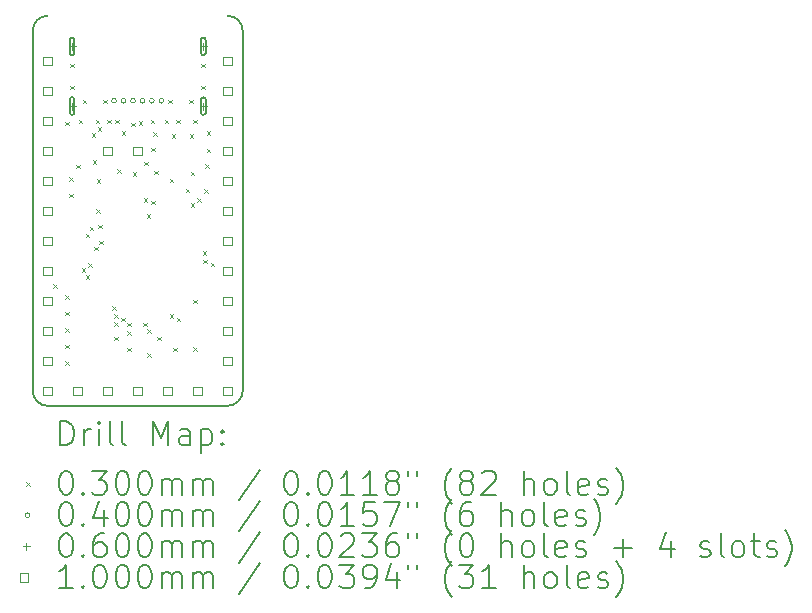
<source format=gbr>
%FSLAX45Y45*%
G04 Gerber Fmt 4.5, Leading zero omitted, Abs format (unit mm)*
G04 Created by KiCad (PCBNEW (5.99.0-11424-g2f41dd4074)) date 2021-09-18 21:26:08*
%MOMM*%
%LPD*%
G01*
G04 APERTURE LIST*
%TA.AperFunction,Profile*%
%ADD10C,0.150000*%
%TD*%
%ADD11C,0.200000*%
%ADD12C,0.030000*%
%ADD13C,0.040000*%
%ADD14C,0.060000*%
%ADD15C,0.100000*%
G04 APERTURE END LIST*
D10*
X2111000Y-5524000D02*
G75*
G03*
X2238000Y-5651000I127000J0D01*
G01*
X3889000Y-2476000D02*
G75*
G03*
X3762000Y-2349000I-127000J0D01*
G01*
X2111000Y-2476000D02*
X2111000Y-5524000D01*
X3762000Y-5651000D02*
G75*
G03*
X3889000Y-5524000I0J127000D01*
G01*
X3889000Y-5524000D02*
X3889000Y-2476000D01*
X2238000Y-5651000D02*
X3762000Y-5651000D01*
X2238000Y-2349000D02*
G75*
G03*
X2111000Y-2476000I0J-127000D01*
G01*
D11*
D12*
X2285000Y-4620000D02*
X2315000Y-4650000D01*
X2315000Y-4620000D02*
X2285000Y-4650000D01*
X2385000Y-3245000D02*
X2415000Y-3275000D01*
X2415000Y-3245000D02*
X2385000Y-3275000D01*
X2385000Y-4715000D02*
X2415000Y-4745000D01*
X2415000Y-4715000D02*
X2385000Y-4745000D01*
X2385000Y-4855000D02*
X2415000Y-4885000D01*
X2415000Y-4855000D02*
X2385000Y-4885000D01*
X2385000Y-4995000D02*
X2415000Y-5025000D01*
X2415000Y-4995000D02*
X2385000Y-5025000D01*
X2385000Y-5135000D02*
X2415000Y-5165000D01*
X2415000Y-5135000D02*
X2385000Y-5165000D01*
X2385000Y-5275000D02*
X2415000Y-5305000D01*
X2415000Y-5275000D02*
X2385000Y-5305000D01*
X2420000Y-3715000D02*
X2450000Y-3745000D01*
X2450000Y-3715000D02*
X2420000Y-3745000D01*
X2420000Y-3855000D02*
X2450000Y-3885000D01*
X2450000Y-3855000D02*
X2420000Y-3885000D01*
X2430000Y-2755000D02*
X2460000Y-2785000D01*
X2460000Y-2755000D02*
X2430000Y-2785000D01*
X2430000Y-2940000D02*
X2460000Y-2970000D01*
X2460000Y-2940000D02*
X2430000Y-2970000D01*
X2480000Y-3610000D02*
X2510000Y-3640000D01*
X2510000Y-3610000D02*
X2480000Y-3640000D01*
X2500000Y-3230000D02*
X2530000Y-3260000D01*
X2530000Y-3230000D02*
X2500000Y-3260000D01*
X2525000Y-4485000D02*
X2555000Y-4515000D01*
X2555000Y-4485000D02*
X2525000Y-4515000D01*
X2535000Y-3060000D02*
X2565000Y-3090000D01*
X2565000Y-3060000D02*
X2535000Y-3090000D01*
X2560000Y-4195000D02*
X2590000Y-4225000D01*
X2590000Y-4195000D02*
X2560000Y-4225000D01*
X2560000Y-4545000D02*
X2590000Y-4575000D01*
X2590000Y-4545000D02*
X2560000Y-4575000D01*
X2580000Y-4445000D02*
X2610000Y-4475000D01*
X2610000Y-4445000D02*
X2580000Y-4475000D01*
X2595000Y-4135000D02*
X2625000Y-4165000D01*
X2625000Y-4135000D02*
X2595000Y-4165000D01*
X2610000Y-3345000D02*
X2640000Y-3375000D01*
X2640000Y-3345000D02*
X2610000Y-3375000D01*
X2620000Y-3570000D02*
X2650000Y-3600000D01*
X2650000Y-3570000D02*
X2620000Y-3600000D01*
X2630000Y-4305000D02*
X2660000Y-4335000D01*
X2660000Y-4305000D02*
X2630000Y-4335000D01*
X2645000Y-3230000D02*
X2675000Y-3260000D01*
X2675000Y-3230000D02*
X2645000Y-3260000D01*
X2651000Y-3985000D02*
X2681000Y-4015000D01*
X2681000Y-3985000D02*
X2651000Y-4015000D01*
X2655000Y-3735000D02*
X2685000Y-3765000D01*
X2685000Y-3735000D02*
X2655000Y-3765000D01*
X2660000Y-3295000D02*
X2690000Y-3325000D01*
X2690000Y-3295000D02*
X2660000Y-3325000D01*
X2665000Y-4120000D02*
X2695000Y-4150000D01*
X2695000Y-4120000D02*
X2665000Y-4150000D01*
X2675000Y-4255000D02*
X2705000Y-4285000D01*
X2705000Y-4255000D02*
X2675000Y-4285000D01*
X2710000Y-3060000D02*
X2740000Y-3090000D01*
X2740000Y-3060000D02*
X2710000Y-3090000D01*
X2740000Y-3230000D02*
X2770000Y-3260000D01*
X2770000Y-3230000D02*
X2740000Y-3260000D01*
X2785000Y-4810000D02*
X2815000Y-4840000D01*
X2815000Y-4810000D02*
X2785000Y-4840000D01*
X2800000Y-4875000D02*
X2830000Y-4905000D01*
X2830000Y-4875000D02*
X2800000Y-4905000D01*
X2800000Y-4945000D02*
X2830000Y-4975000D01*
X2830000Y-4945000D02*
X2800000Y-4975000D01*
X2800000Y-5065000D02*
X2830000Y-5095000D01*
X2830000Y-5065000D02*
X2800000Y-5095000D01*
X2810000Y-3230000D02*
X2840000Y-3260000D01*
X2840000Y-3230000D02*
X2810000Y-3260000D01*
X2825000Y-3650000D02*
X2855000Y-3680000D01*
X2855000Y-3650000D02*
X2825000Y-3680000D01*
X2860000Y-4905000D02*
X2890000Y-4935000D01*
X2890000Y-4905000D02*
X2860000Y-4935000D01*
X2865000Y-3325000D02*
X2895000Y-3355000D01*
X2895000Y-3325000D02*
X2865000Y-3355000D01*
X2910000Y-4950000D02*
X2940000Y-4980000D01*
X2940000Y-4950000D02*
X2910000Y-4980000D01*
X2910000Y-5020000D02*
X2940000Y-5050000D01*
X2940000Y-5020000D02*
X2910000Y-5050000D01*
X2910000Y-5160000D02*
X2940000Y-5190000D01*
X2940000Y-5160000D02*
X2910000Y-5190000D01*
X2945000Y-3255000D02*
X2975000Y-3285000D01*
X2975000Y-3255000D02*
X2945000Y-3285000D01*
X2960000Y-3675000D02*
X2990000Y-3705000D01*
X2990000Y-3675000D02*
X2960000Y-3705000D01*
X3010000Y-3240000D02*
X3040000Y-3270000D01*
X3040000Y-3240000D02*
X3010000Y-3270000D01*
X3045000Y-4950000D02*
X3075000Y-4980000D01*
X3075000Y-4950000D02*
X3045000Y-4980000D01*
X3050000Y-3895000D02*
X3080000Y-3925000D01*
X3080000Y-3895000D02*
X3050000Y-3925000D01*
X3055000Y-3585000D02*
X3085000Y-3615000D01*
X3085000Y-3585000D02*
X3055000Y-3615000D01*
X3075000Y-4030000D02*
X3105000Y-4060000D01*
X3105000Y-4030000D02*
X3075000Y-4060000D01*
X3080000Y-5005000D02*
X3110000Y-5035000D01*
X3110000Y-5005000D02*
X3080000Y-5035000D01*
X3080000Y-5205000D02*
X3110000Y-5235000D01*
X3110000Y-5205000D02*
X3080000Y-5235000D01*
X3110000Y-3230000D02*
X3140000Y-3260000D01*
X3140000Y-3230000D02*
X3110000Y-3260000D01*
X3115000Y-3465000D02*
X3145000Y-3495000D01*
X3145000Y-3465000D02*
X3115000Y-3495000D01*
X3115000Y-3915000D02*
X3145000Y-3945000D01*
X3145000Y-3915000D02*
X3115000Y-3945000D01*
X3130000Y-3335000D02*
X3160000Y-3365000D01*
X3160000Y-3335000D02*
X3130000Y-3365000D01*
X3140000Y-3660000D02*
X3170000Y-3690000D01*
X3170000Y-3660000D02*
X3140000Y-3690000D01*
X3165000Y-5065000D02*
X3195000Y-5095000D01*
X3195000Y-5065000D02*
X3165000Y-5095000D01*
X3230000Y-3230000D02*
X3260000Y-3260000D01*
X3260000Y-3230000D02*
X3230000Y-3260000D01*
X3260000Y-3060000D02*
X3290000Y-3090000D01*
X3290000Y-3060000D02*
X3260000Y-3090000D01*
X3270000Y-3730000D02*
X3300000Y-3760000D01*
X3300000Y-3730000D02*
X3270000Y-3760000D01*
X3270000Y-4875000D02*
X3300000Y-4905000D01*
X3300000Y-4875000D02*
X3270000Y-4905000D01*
X3290000Y-3350000D02*
X3320000Y-3380000D01*
X3320000Y-3350000D02*
X3290000Y-3380000D01*
X3300000Y-5160000D02*
X3330000Y-5190000D01*
X3330000Y-5160000D02*
X3300000Y-5190000D01*
X3325000Y-3230000D02*
X3355000Y-3260000D01*
X3355000Y-3230000D02*
X3325000Y-3260000D01*
X3330000Y-4905000D02*
X3360000Y-4935000D01*
X3360000Y-4905000D02*
X3330000Y-4935000D01*
X3405000Y-3815000D02*
X3435000Y-3845000D01*
X3435000Y-3815000D02*
X3405000Y-3845000D01*
X3435000Y-3060000D02*
X3465000Y-3090000D01*
X3465000Y-3060000D02*
X3435000Y-3090000D01*
X3440000Y-3350000D02*
X3470000Y-3380000D01*
X3470000Y-3350000D02*
X3440000Y-3380000D01*
X3450000Y-3670000D02*
X3480000Y-3700000D01*
X3480000Y-3670000D02*
X3450000Y-3700000D01*
X3450000Y-3935000D02*
X3480000Y-3965000D01*
X3480000Y-3935000D02*
X3450000Y-3965000D01*
X3470000Y-3230000D02*
X3500000Y-3260000D01*
X3500000Y-3230000D02*
X3470000Y-3260000D01*
X3470000Y-4755000D02*
X3500000Y-4785000D01*
X3500000Y-4755000D02*
X3470000Y-4785000D01*
X3470000Y-5155000D02*
X3500000Y-5185000D01*
X3500000Y-5155000D02*
X3470000Y-5185000D01*
X3505000Y-3895000D02*
X3535000Y-3925000D01*
X3535000Y-3895000D02*
X3505000Y-3925000D01*
X3540000Y-2755000D02*
X3570000Y-2785000D01*
X3570000Y-2755000D02*
X3540000Y-2785000D01*
X3540000Y-2940000D02*
X3570000Y-2970000D01*
X3570000Y-2940000D02*
X3540000Y-2970000D01*
X3550000Y-4345000D02*
X3580000Y-4375000D01*
X3580000Y-4345000D02*
X3550000Y-4375000D01*
X3555000Y-4415000D02*
X3585000Y-4445000D01*
X3585000Y-4415000D02*
X3555000Y-4445000D01*
X3565000Y-3820000D02*
X3595000Y-3850000D01*
X3595000Y-3820000D02*
X3565000Y-3850000D01*
X3570000Y-3605000D02*
X3600000Y-3635000D01*
X3600000Y-3605000D02*
X3570000Y-3635000D01*
X3585000Y-3325000D02*
X3615000Y-3355000D01*
X3615000Y-3325000D02*
X3585000Y-3355000D01*
X3585000Y-3475000D02*
X3615000Y-3505000D01*
X3615000Y-3475000D02*
X3585000Y-3505000D01*
X3620000Y-4440000D02*
X3650000Y-4470000D01*
X3650000Y-4440000D02*
X3620000Y-4470000D01*
D13*
X2820000Y-3069000D02*
G75*
G03*
X2820000Y-3069000I-20000J0D01*
G01*
X2900000Y-3069000D02*
G75*
G03*
X2900000Y-3069000I-20000J0D01*
G01*
X2980000Y-3069000D02*
G75*
G03*
X2980000Y-3069000I-20000J0D01*
G01*
X3060000Y-3069000D02*
G75*
G03*
X3060000Y-3069000I-20000J0D01*
G01*
X3140000Y-3069000D02*
G75*
G03*
X3140000Y-3069000I-20000J0D01*
G01*
X3220000Y-3069000D02*
G75*
G03*
X3220000Y-3069000I-20000J0D01*
G01*
D14*
X2445000Y-2579000D02*
X2445000Y-2639000D01*
X2415000Y-2609000D02*
X2475000Y-2609000D01*
D11*
X2465000Y-2664000D02*
X2465000Y-2554000D01*
X2425000Y-2664000D02*
X2425000Y-2554000D01*
X2465000Y-2554000D02*
G75*
G03*
X2425000Y-2554000I-20000J0D01*
G01*
X2425000Y-2664000D02*
G75*
G03*
X2465000Y-2664000I20000J0D01*
G01*
D14*
X2445000Y-3084000D02*
X2445000Y-3144000D01*
X2415000Y-3114000D02*
X2475000Y-3114000D01*
D11*
X2465000Y-3169000D02*
X2465000Y-3059000D01*
X2425000Y-3169000D02*
X2425000Y-3059000D01*
X2465000Y-3059000D02*
G75*
G03*
X2425000Y-3059000I-20000J0D01*
G01*
X2425000Y-3169000D02*
G75*
G03*
X2465000Y-3169000I20000J0D01*
G01*
D14*
X3555000Y-2579000D02*
X3555000Y-2639000D01*
X3525000Y-2609000D02*
X3585000Y-2609000D01*
D11*
X3575000Y-2664000D02*
X3575000Y-2554000D01*
X3535000Y-2664000D02*
X3535000Y-2554000D01*
X3575000Y-2554000D02*
G75*
G03*
X3535000Y-2554000I-20000J0D01*
G01*
X3535000Y-2664000D02*
G75*
G03*
X3575000Y-2664000I20000J0D01*
G01*
D14*
X3555000Y-3084000D02*
X3555000Y-3144000D01*
X3525000Y-3114000D02*
X3585000Y-3114000D01*
D11*
X3575000Y-3169000D02*
X3575000Y-3059000D01*
X3535000Y-3169000D02*
X3535000Y-3059000D01*
X3575000Y-3059000D02*
G75*
G03*
X3535000Y-3059000I-20000J0D01*
G01*
X3535000Y-3169000D02*
G75*
G03*
X3575000Y-3169000I20000J0D01*
G01*
D15*
X2273356Y-2765356D02*
X2273356Y-2694644D01*
X2202644Y-2694644D01*
X2202644Y-2765356D01*
X2273356Y-2765356D01*
X2273356Y-3019356D02*
X2273356Y-2948644D01*
X2202644Y-2948644D01*
X2202644Y-3019356D01*
X2273356Y-3019356D01*
X2273356Y-3273356D02*
X2273356Y-3202644D01*
X2202644Y-3202644D01*
X2202644Y-3273356D01*
X2273356Y-3273356D01*
X2273356Y-3527356D02*
X2273356Y-3456644D01*
X2202644Y-3456644D01*
X2202644Y-3527356D01*
X2273356Y-3527356D01*
X2273356Y-3781356D02*
X2273356Y-3710644D01*
X2202644Y-3710644D01*
X2202644Y-3781356D01*
X2273356Y-3781356D01*
X2273356Y-4035356D02*
X2273356Y-3964644D01*
X2202644Y-3964644D01*
X2202644Y-4035356D01*
X2273356Y-4035356D01*
X2273356Y-4289356D02*
X2273356Y-4218644D01*
X2202644Y-4218644D01*
X2202644Y-4289356D01*
X2273356Y-4289356D01*
X2273356Y-4543356D02*
X2273356Y-4472644D01*
X2202644Y-4472644D01*
X2202644Y-4543356D01*
X2273356Y-4543356D01*
X2273356Y-4797356D02*
X2273356Y-4726644D01*
X2202644Y-4726644D01*
X2202644Y-4797356D01*
X2273356Y-4797356D01*
X2273356Y-5051356D02*
X2273356Y-4980644D01*
X2202644Y-4980644D01*
X2202644Y-5051356D01*
X2273356Y-5051356D01*
X2273356Y-5305356D02*
X2273356Y-5234644D01*
X2202644Y-5234644D01*
X2202644Y-5305356D01*
X2273356Y-5305356D01*
X2273356Y-5559356D02*
X2273356Y-5488644D01*
X2202644Y-5488644D01*
X2202644Y-5559356D01*
X2273356Y-5559356D01*
X2527356Y-5559356D02*
X2527356Y-5488644D01*
X2456644Y-5488644D01*
X2456644Y-5559356D01*
X2527356Y-5559356D01*
X2781356Y-3527356D02*
X2781356Y-3456644D01*
X2710644Y-3456644D01*
X2710644Y-3527356D01*
X2781356Y-3527356D01*
X2781356Y-5559356D02*
X2781356Y-5488644D01*
X2710644Y-5488644D01*
X2710644Y-5559356D01*
X2781356Y-5559356D01*
X3035356Y-3527356D02*
X3035356Y-3456644D01*
X2964644Y-3456644D01*
X2964644Y-3527356D01*
X3035356Y-3527356D01*
X3035356Y-5559356D02*
X3035356Y-5488644D01*
X2964644Y-5488644D01*
X2964644Y-5559356D01*
X3035356Y-5559356D01*
X3289356Y-5559356D02*
X3289356Y-5488644D01*
X3218644Y-5488644D01*
X3218644Y-5559356D01*
X3289356Y-5559356D01*
X3543356Y-5559356D02*
X3543356Y-5488644D01*
X3472644Y-5488644D01*
X3472644Y-5559356D01*
X3543356Y-5559356D01*
X3797356Y-2765356D02*
X3797356Y-2694644D01*
X3726644Y-2694644D01*
X3726644Y-2765356D01*
X3797356Y-2765356D01*
X3797356Y-3019356D02*
X3797356Y-2948644D01*
X3726644Y-2948644D01*
X3726644Y-3019356D01*
X3797356Y-3019356D01*
X3797356Y-3273356D02*
X3797356Y-3202644D01*
X3726644Y-3202644D01*
X3726644Y-3273356D01*
X3797356Y-3273356D01*
X3797356Y-3527356D02*
X3797356Y-3456644D01*
X3726644Y-3456644D01*
X3726644Y-3527356D01*
X3797356Y-3527356D01*
X3797356Y-3781356D02*
X3797356Y-3710644D01*
X3726644Y-3710644D01*
X3726644Y-3781356D01*
X3797356Y-3781356D01*
X3797356Y-4035356D02*
X3797356Y-3964644D01*
X3726644Y-3964644D01*
X3726644Y-4035356D01*
X3797356Y-4035356D01*
X3797356Y-4289356D02*
X3797356Y-4218644D01*
X3726644Y-4218644D01*
X3726644Y-4289356D01*
X3797356Y-4289356D01*
X3797356Y-4543356D02*
X3797356Y-4472644D01*
X3726644Y-4472644D01*
X3726644Y-4543356D01*
X3797356Y-4543356D01*
X3797356Y-4797356D02*
X3797356Y-4726644D01*
X3726644Y-4726644D01*
X3726644Y-4797356D01*
X3797356Y-4797356D01*
X3797356Y-5051356D02*
X3797356Y-4980644D01*
X3726644Y-4980644D01*
X3726644Y-5051356D01*
X3797356Y-5051356D01*
X3797356Y-5305356D02*
X3797356Y-5234644D01*
X3726644Y-5234644D01*
X3726644Y-5305356D01*
X3797356Y-5305356D01*
X3797356Y-5559356D02*
X3797356Y-5488644D01*
X3726644Y-5488644D01*
X3726644Y-5559356D01*
X3797356Y-5559356D01*
D11*
X2346119Y-5983976D02*
X2346119Y-5783976D01*
X2393738Y-5783976D01*
X2422310Y-5793500D01*
X2441357Y-5812548D01*
X2450881Y-5831595D01*
X2460405Y-5869690D01*
X2460405Y-5898262D01*
X2450881Y-5936357D01*
X2441357Y-5955405D01*
X2422310Y-5974452D01*
X2393738Y-5983976D01*
X2346119Y-5983976D01*
X2546119Y-5983976D02*
X2546119Y-5850643D01*
X2546119Y-5888738D02*
X2555643Y-5869690D01*
X2565167Y-5860167D01*
X2584214Y-5850643D01*
X2603262Y-5850643D01*
X2669929Y-5983976D02*
X2669929Y-5850643D01*
X2669929Y-5783976D02*
X2660405Y-5793500D01*
X2669929Y-5803024D01*
X2679452Y-5793500D01*
X2669929Y-5783976D01*
X2669929Y-5803024D01*
X2793738Y-5983976D02*
X2774690Y-5974452D01*
X2765167Y-5955405D01*
X2765167Y-5783976D01*
X2898500Y-5983976D02*
X2879452Y-5974452D01*
X2869928Y-5955405D01*
X2869928Y-5783976D01*
X3127071Y-5983976D02*
X3127071Y-5783976D01*
X3193738Y-5926833D01*
X3260405Y-5783976D01*
X3260405Y-5983976D01*
X3441357Y-5983976D02*
X3441357Y-5879214D01*
X3431833Y-5860167D01*
X3412786Y-5850643D01*
X3374690Y-5850643D01*
X3355643Y-5860167D01*
X3441357Y-5974452D02*
X3422309Y-5983976D01*
X3374690Y-5983976D01*
X3355643Y-5974452D01*
X3346119Y-5955405D01*
X3346119Y-5936357D01*
X3355643Y-5917309D01*
X3374690Y-5907786D01*
X3422309Y-5907786D01*
X3441357Y-5898262D01*
X3536595Y-5850643D02*
X3536595Y-6050643D01*
X3536595Y-5860167D02*
X3555643Y-5850643D01*
X3593738Y-5850643D01*
X3612786Y-5860167D01*
X3622309Y-5869690D01*
X3631833Y-5888738D01*
X3631833Y-5945881D01*
X3622309Y-5964928D01*
X3612786Y-5974452D01*
X3593738Y-5983976D01*
X3555643Y-5983976D01*
X3536595Y-5974452D01*
X3717548Y-5964928D02*
X3727071Y-5974452D01*
X3717548Y-5983976D01*
X3708024Y-5974452D01*
X3717548Y-5964928D01*
X3717548Y-5983976D01*
X3717548Y-5860167D02*
X3727071Y-5869690D01*
X3717548Y-5879214D01*
X3708024Y-5869690D01*
X3717548Y-5860167D01*
X3717548Y-5879214D01*
D12*
X2058500Y-6298500D02*
X2088500Y-6328500D01*
X2088500Y-6298500D02*
X2058500Y-6328500D01*
D11*
X2384214Y-6203976D02*
X2403262Y-6203976D01*
X2422310Y-6213500D01*
X2431833Y-6223024D01*
X2441357Y-6242071D01*
X2450881Y-6280167D01*
X2450881Y-6327786D01*
X2441357Y-6365881D01*
X2431833Y-6384928D01*
X2422310Y-6394452D01*
X2403262Y-6403976D01*
X2384214Y-6403976D01*
X2365167Y-6394452D01*
X2355643Y-6384928D01*
X2346119Y-6365881D01*
X2336595Y-6327786D01*
X2336595Y-6280167D01*
X2346119Y-6242071D01*
X2355643Y-6223024D01*
X2365167Y-6213500D01*
X2384214Y-6203976D01*
X2536595Y-6384928D02*
X2546119Y-6394452D01*
X2536595Y-6403976D01*
X2527071Y-6394452D01*
X2536595Y-6384928D01*
X2536595Y-6403976D01*
X2612786Y-6203976D02*
X2736595Y-6203976D01*
X2669929Y-6280167D01*
X2698500Y-6280167D01*
X2717548Y-6289690D01*
X2727071Y-6299214D01*
X2736595Y-6318262D01*
X2736595Y-6365881D01*
X2727071Y-6384928D01*
X2717548Y-6394452D01*
X2698500Y-6403976D01*
X2641357Y-6403976D01*
X2622310Y-6394452D01*
X2612786Y-6384928D01*
X2860405Y-6203976D02*
X2879452Y-6203976D01*
X2898500Y-6213500D01*
X2908024Y-6223024D01*
X2917548Y-6242071D01*
X2927071Y-6280167D01*
X2927071Y-6327786D01*
X2917548Y-6365881D01*
X2908024Y-6384928D01*
X2898500Y-6394452D01*
X2879452Y-6403976D01*
X2860405Y-6403976D01*
X2841357Y-6394452D01*
X2831833Y-6384928D01*
X2822309Y-6365881D01*
X2812786Y-6327786D01*
X2812786Y-6280167D01*
X2822309Y-6242071D01*
X2831833Y-6223024D01*
X2841357Y-6213500D01*
X2860405Y-6203976D01*
X3050881Y-6203976D02*
X3069928Y-6203976D01*
X3088976Y-6213500D01*
X3098500Y-6223024D01*
X3108024Y-6242071D01*
X3117548Y-6280167D01*
X3117548Y-6327786D01*
X3108024Y-6365881D01*
X3098500Y-6384928D01*
X3088976Y-6394452D01*
X3069928Y-6403976D01*
X3050881Y-6403976D01*
X3031833Y-6394452D01*
X3022309Y-6384928D01*
X3012786Y-6365881D01*
X3003262Y-6327786D01*
X3003262Y-6280167D01*
X3012786Y-6242071D01*
X3022309Y-6223024D01*
X3031833Y-6213500D01*
X3050881Y-6203976D01*
X3203262Y-6403976D02*
X3203262Y-6270643D01*
X3203262Y-6289690D02*
X3212786Y-6280167D01*
X3231833Y-6270643D01*
X3260405Y-6270643D01*
X3279452Y-6280167D01*
X3288976Y-6299214D01*
X3288976Y-6403976D01*
X3288976Y-6299214D02*
X3298500Y-6280167D01*
X3317548Y-6270643D01*
X3346119Y-6270643D01*
X3365167Y-6280167D01*
X3374690Y-6299214D01*
X3374690Y-6403976D01*
X3469928Y-6403976D02*
X3469928Y-6270643D01*
X3469928Y-6289690D02*
X3479452Y-6280167D01*
X3498500Y-6270643D01*
X3527071Y-6270643D01*
X3546119Y-6280167D01*
X3555643Y-6299214D01*
X3555643Y-6403976D01*
X3555643Y-6299214D02*
X3565167Y-6280167D01*
X3584214Y-6270643D01*
X3612786Y-6270643D01*
X3631833Y-6280167D01*
X3641357Y-6299214D01*
X3641357Y-6403976D01*
X4031833Y-6194452D02*
X3860405Y-6451595D01*
X4288976Y-6203976D02*
X4308024Y-6203976D01*
X4327071Y-6213500D01*
X4336595Y-6223024D01*
X4346119Y-6242071D01*
X4355643Y-6280167D01*
X4355643Y-6327786D01*
X4346119Y-6365881D01*
X4336595Y-6384928D01*
X4327071Y-6394452D01*
X4308024Y-6403976D01*
X4288976Y-6403976D01*
X4269929Y-6394452D01*
X4260405Y-6384928D01*
X4250881Y-6365881D01*
X4241357Y-6327786D01*
X4241357Y-6280167D01*
X4250881Y-6242071D01*
X4260405Y-6223024D01*
X4269929Y-6213500D01*
X4288976Y-6203976D01*
X4441357Y-6384928D02*
X4450881Y-6394452D01*
X4441357Y-6403976D01*
X4431833Y-6394452D01*
X4441357Y-6384928D01*
X4441357Y-6403976D01*
X4574690Y-6203976D02*
X4593738Y-6203976D01*
X4612786Y-6213500D01*
X4622310Y-6223024D01*
X4631833Y-6242071D01*
X4641357Y-6280167D01*
X4641357Y-6327786D01*
X4631833Y-6365881D01*
X4622310Y-6384928D01*
X4612786Y-6394452D01*
X4593738Y-6403976D01*
X4574690Y-6403976D01*
X4555643Y-6394452D01*
X4546119Y-6384928D01*
X4536595Y-6365881D01*
X4527071Y-6327786D01*
X4527071Y-6280167D01*
X4536595Y-6242071D01*
X4546119Y-6223024D01*
X4555643Y-6213500D01*
X4574690Y-6203976D01*
X4831833Y-6403976D02*
X4717548Y-6403976D01*
X4774690Y-6403976D02*
X4774690Y-6203976D01*
X4755643Y-6232548D01*
X4736595Y-6251595D01*
X4717548Y-6261119D01*
X5022310Y-6403976D02*
X4908024Y-6403976D01*
X4965167Y-6403976D02*
X4965167Y-6203976D01*
X4946119Y-6232548D01*
X4927071Y-6251595D01*
X4908024Y-6261119D01*
X5136595Y-6289690D02*
X5117548Y-6280167D01*
X5108024Y-6270643D01*
X5098500Y-6251595D01*
X5098500Y-6242071D01*
X5108024Y-6223024D01*
X5117548Y-6213500D01*
X5136595Y-6203976D01*
X5174690Y-6203976D01*
X5193738Y-6213500D01*
X5203262Y-6223024D01*
X5212786Y-6242071D01*
X5212786Y-6251595D01*
X5203262Y-6270643D01*
X5193738Y-6280167D01*
X5174690Y-6289690D01*
X5136595Y-6289690D01*
X5117548Y-6299214D01*
X5108024Y-6308738D01*
X5098500Y-6327786D01*
X5098500Y-6365881D01*
X5108024Y-6384928D01*
X5117548Y-6394452D01*
X5136595Y-6403976D01*
X5174690Y-6403976D01*
X5193738Y-6394452D01*
X5203262Y-6384928D01*
X5212786Y-6365881D01*
X5212786Y-6327786D01*
X5203262Y-6308738D01*
X5193738Y-6299214D01*
X5174690Y-6289690D01*
X5288976Y-6203976D02*
X5288976Y-6242071D01*
X5365167Y-6203976D02*
X5365167Y-6242071D01*
X5660405Y-6480167D02*
X5650881Y-6470643D01*
X5631833Y-6442071D01*
X5622309Y-6423024D01*
X5612786Y-6394452D01*
X5603262Y-6346833D01*
X5603262Y-6308738D01*
X5612786Y-6261119D01*
X5622309Y-6232548D01*
X5631833Y-6213500D01*
X5650881Y-6184928D01*
X5660405Y-6175405D01*
X5765167Y-6289690D02*
X5746119Y-6280167D01*
X5736595Y-6270643D01*
X5727071Y-6251595D01*
X5727071Y-6242071D01*
X5736595Y-6223024D01*
X5746119Y-6213500D01*
X5765167Y-6203976D01*
X5803262Y-6203976D01*
X5822309Y-6213500D01*
X5831833Y-6223024D01*
X5841357Y-6242071D01*
X5841357Y-6251595D01*
X5831833Y-6270643D01*
X5822309Y-6280167D01*
X5803262Y-6289690D01*
X5765167Y-6289690D01*
X5746119Y-6299214D01*
X5736595Y-6308738D01*
X5727071Y-6327786D01*
X5727071Y-6365881D01*
X5736595Y-6384928D01*
X5746119Y-6394452D01*
X5765167Y-6403976D01*
X5803262Y-6403976D01*
X5822309Y-6394452D01*
X5831833Y-6384928D01*
X5841357Y-6365881D01*
X5841357Y-6327786D01*
X5831833Y-6308738D01*
X5822309Y-6299214D01*
X5803262Y-6289690D01*
X5917548Y-6223024D02*
X5927071Y-6213500D01*
X5946119Y-6203976D01*
X5993738Y-6203976D01*
X6012786Y-6213500D01*
X6022309Y-6223024D01*
X6031833Y-6242071D01*
X6031833Y-6261119D01*
X6022309Y-6289690D01*
X5908024Y-6403976D01*
X6031833Y-6403976D01*
X6269928Y-6403976D02*
X6269928Y-6203976D01*
X6355643Y-6403976D02*
X6355643Y-6299214D01*
X6346119Y-6280167D01*
X6327071Y-6270643D01*
X6298500Y-6270643D01*
X6279452Y-6280167D01*
X6269928Y-6289690D01*
X6479452Y-6403976D02*
X6460405Y-6394452D01*
X6450881Y-6384928D01*
X6441357Y-6365881D01*
X6441357Y-6308738D01*
X6450881Y-6289690D01*
X6460405Y-6280167D01*
X6479452Y-6270643D01*
X6508024Y-6270643D01*
X6527071Y-6280167D01*
X6536595Y-6289690D01*
X6546119Y-6308738D01*
X6546119Y-6365881D01*
X6536595Y-6384928D01*
X6527071Y-6394452D01*
X6508024Y-6403976D01*
X6479452Y-6403976D01*
X6660405Y-6403976D02*
X6641357Y-6394452D01*
X6631833Y-6375405D01*
X6631833Y-6203976D01*
X6812786Y-6394452D02*
X6793738Y-6403976D01*
X6755643Y-6403976D01*
X6736595Y-6394452D01*
X6727071Y-6375405D01*
X6727071Y-6299214D01*
X6736595Y-6280167D01*
X6755643Y-6270643D01*
X6793738Y-6270643D01*
X6812786Y-6280167D01*
X6822309Y-6299214D01*
X6822309Y-6318262D01*
X6727071Y-6337309D01*
X6898500Y-6394452D02*
X6917548Y-6403976D01*
X6955643Y-6403976D01*
X6974690Y-6394452D01*
X6984214Y-6375405D01*
X6984214Y-6365881D01*
X6974690Y-6346833D01*
X6955643Y-6337309D01*
X6927071Y-6337309D01*
X6908024Y-6327786D01*
X6898500Y-6308738D01*
X6898500Y-6299214D01*
X6908024Y-6280167D01*
X6927071Y-6270643D01*
X6955643Y-6270643D01*
X6974690Y-6280167D01*
X7050881Y-6480167D02*
X7060405Y-6470643D01*
X7079452Y-6442071D01*
X7088976Y-6423024D01*
X7098500Y-6394452D01*
X7108024Y-6346833D01*
X7108024Y-6308738D01*
X7098500Y-6261119D01*
X7088976Y-6232548D01*
X7079452Y-6213500D01*
X7060405Y-6184928D01*
X7050881Y-6175405D01*
D13*
X2088500Y-6577500D02*
G75*
G03*
X2088500Y-6577500I-20000J0D01*
G01*
D11*
X2384214Y-6467976D02*
X2403262Y-6467976D01*
X2422310Y-6477500D01*
X2431833Y-6487024D01*
X2441357Y-6506071D01*
X2450881Y-6544167D01*
X2450881Y-6591786D01*
X2441357Y-6629881D01*
X2431833Y-6648928D01*
X2422310Y-6658452D01*
X2403262Y-6667976D01*
X2384214Y-6667976D01*
X2365167Y-6658452D01*
X2355643Y-6648928D01*
X2346119Y-6629881D01*
X2336595Y-6591786D01*
X2336595Y-6544167D01*
X2346119Y-6506071D01*
X2355643Y-6487024D01*
X2365167Y-6477500D01*
X2384214Y-6467976D01*
X2536595Y-6648928D02*
X2546119Y-6658452D01*
X2536595Y-6667976D01*
X2527071Y-6658452D01*
X2536595Y-6648928D01*
X2536595Y-6667976D01*
X2717548Y-6534643D02*
X2717548Y-6667976D01*
X2669929Y-6458452D02*
X2622310Y-6601309D01*
X2746119Y-6601309D01*
X2860405Y-6467976D02*
X2879452Y-6467976D01*
X2898500Y-6477500D01*
X2908024Y-6487024D01*
X2917548Y-6506071D01*
X2927071Y-6544167D01*
X2927071Y-6591786D01*
X2917548Y-6629881D01*
X2908024Y-6648928D01*
X2898500Y-6658452D01*
X2879452Y-6667976D01*
X2860405Y-6667976D01*
X2841357Y-6658452D01*
X2831833Y-6648928D01*
X2822309Y-6629881D01*
X2812786Y-6591786D01*
X2812786Y-6544167D01*
X2822309Y-6506071D01*
X2831833Y-6487024D01*
X2841357Y-6477500D01*
X2860405Y-6467976D01*
X3050881Y-6467976D02*
X3069928Y-6467976D01*
X3088976Y-6477500D01*
X3098500Y-6487024D01*
X3108024Y-6506071D01*
X3117548Y-6544167D01*
X3117548Y-6591786D01*
X3108024Y-6629881D01*
X3098500Y-6648928D01*
X3088976Y-6658452D01*
X3069928Y-6667976D01*
X3050881Y-6667976D01*
X3031833Y-6658452D01*
X3022309Y-6648928D01*
X3012786Y-6629881D01*
X3003262Y-6591786D01*
X3003262Y-6544167D01*
X3012786Y-6506071D01*
X3022309Y-6487024D01*
X3031833Y-6477500D01*
X3050881Y-6467976D01*
X3203262Y-6667976D02*
X3203262Y-6534643D01*
X3203262Y-6553690D02*
X3212786Y-6544167D01*
X3231833Y-6534643D01*
X3260405Y-6534643D01*
X3279452Y-6544167D01*
X3288976Y-6563214D01*
X3288976Y-6667976D01*
X3288976Y-6563214D02*
X3298500Y-6544167D01*
X3317548Y-6534643D01*
X3346119Y-6534643D01*
X3365167Y-6544167D01*
X3374690Y-6563214D01*
X3374690Y-6667976D01*
X3469928Y-6667976D02*
X3469928Y-6534643D01*
X3469928Y-6553690D02*
X3479452Y-6544167D01*
X3498500Y-6534643D01*
X3527071Y-6534643D01*
X3546119Y-6544167D01*
X3555643Y-6563214D01*
X3555643Y-6667976D01*
X3555643Y-6563214D02*
X3565167Y-6544167D01*
X3584214Y-6534643D01*
X3612786Y-6534643D01*
X3631833Y-6544167D01*
X3641357Y-6563214D01*
X3641357Y-6667976D01*
X4031833Y-6458452D02*
X3860405Y-6715595D01*
X4288976Y-6467976D02*
X4308024Y-6467976D01*
X4327071Y-6477500D01*
X4336595Y-6487024D01*
X4346119Y-6506071D01*
X4355643Y-6544167D01*
X4355643Y-6591786D01*
X4346119Y-6629881D01*
X4336595Y-6648928D01*
X4327071Y-6658452D01*
X4308024Y-6667976D01*
X4288976Y-6667976D01*
X4269929Y-6658452D01*
X4260405Y-6648928D01*
X4250881Y-6629881D01*
X4241357Y-6591786D01*
X4241357Y-6544167D01*
X4250881Y-6506071D01*
X4260405Y-6487024D01*
X4269929Y-6477500D01*
X4288976Y-6467976D01*
X4441357Y-6648928D02*
X4450881Y-6658452D01*
X4441357Y-6667976D01*
X4431833Y-6658452D01*
X4441357Y-6648928D01*
X4441357Y-6667976D01*
X4574690Y-6467976D02*
X4593738Y-6467976D01*
X4612786Y-6477500D01*
X4622310Y-6487024D01*
X4631833Y-6506071D01*
X4641357Y-6544167D01*
X4641357Y-6591786D01*
X4631833Y-6629881D01*
X4622310Y-6648928D01*
X4612786Y-6658452D01*
X4593738Y-6667976D01*
X4574690Y-6667976D01*
X4555643Y-6658452D01*
X4546119Y-6648928D01*
X4536595Y-6629881D01*
X4527071Y-6591786D01*
X4527071Y-6544167D01*
X4536595Y-6506071D01*
X4546119Y-6487024D01*
X4555643Y-6477500D01*
X4574690Y-6467976D01*
X4831833Y-6667976D02*
X4717548Y-6667976D01*
X4774690Y-6667976D02*
X4774690Y-6467976D01*
X4755643Y-6496548D01*
X4736595Y-6515595D01*
X4717548Y-6525119D01*
X5012786Y-6467976D02*
X4917548Y-6467976D01*
X4908024Y-6563214D01*
X4917548Y-6553690D01*
X4936595Y-6544167D01*
X4984214Y-6544167D01*
X5003262Y-6553690D01*
X5012786Y-6563214D01*
X5022310Y-6582262D01*
X5022310Y-6629881D01*
X5012786Y-6648928D01*
X5003262Y-6658452D01*
X4984214Y-6667976D01*
X4936595Y-6667976D01*
X4917548Y-6658452D01*
X4908024Y-6648928D01*
X5088976Y-6467976D02*
X5222310Y-6467976D01*
X5136595Y-6667976D01*
X5288976Y-6467976D02*
X5288976Y-6506071D01*
X5365167Y-6467976D02*
X5365167Y-6506071D01*
X5660405Y-6744167D02*
X5650881Y-6734643D01*
X5631833Y-6706071D01*
X5622309Y-6687024D01*
X5612786Y-6658452D01*
X5603262Y-6610833D01*
X5603262Y-6572738D01*
X5612786Y-6525119D01*
X5622309Y-6496548D01*
X5631833Y-6477500D01*
X5650881Y-6448928D01*
X5660405Y-6439405D01*
X5822309Y-6467976D02*
X5784214Y-6467976D01*
X5765167Y-6477500D01*
X5755643Y-6487024D01*
X5736595Y-6515595D01*
X5727071Y-6553690D01*
X5727071Y-6629881D01*
X5736595Y-6648928D01*
X5746119Y-6658452D01*
X5765167Y-6667976D01*
X5803262Y-6667976D01*
X5822309Y-6658452D01*
X5831833Y-6648928D01*
X5841357Y-6629881D01*
X5841357Y-6582262D01*
X5831833Y-6563214D01*
X5822309Y-6553690D01*
X5803262Y-6544167D01*
X5765167Y-6544167D01*
X5746119Y-6553690D01*
X5736595Y-6563214D01*
X5727071Y-6582262D01*
X6079452Y-6667976D02*
X6079452Y-6467976D01*
X6165167Y-6667976D02*
X6165167Y-6563214D01*
X6155643Y-6544167D01*
X6136595Y-6534643D01*
X6108024Y-6534643D01*
X6088976Y-6544167D01*
X6079452Y-6553690D01*
X6288976Y-6667976D02*
X6269928Y-6658452D01*
X6260405Y-6648928D01*
X6250881Y-6629881D01*
X6250881Y-6572738D01*
X6260405Y-6553690D01*
X6269928Y-6544167D01*
X6288976Y-6534643D01*
X6317548Y-6534643D01*
X6336595Y-6544167D01*
X6346119Y-6553690D01*
X6355643Y-6572738D01*
X6355643Y-6629881D01*
X6346119Y-6648928D01*
X6336595Y-6658452D01*
X6317548Y-6667976D01*
X6288976Y-6667976D01*
X6469928Y-6667976D02*
X6450881Y-6658452D01*
X6441357Y-6639405D01*
X6441357Y-6467976D01*
X6622309Y-6658452D02*
X6603262Y-6667976D01*
X6565167Y-6667976D01*
X6546119Y-6658452D01*
X6536595Y-6639405D01*
X6536595Y-6563214D01*
X6546119Y-6544167D01*
X6565167Y-6534643D01*
X6603262Y-6534643D01*
X6622309Y-6544167D01*
X6631833Y-6563214D01*
X6631833Y-6582262D01*
X6536595Y-6601309D01*
X6708024Y-6658452D02*
X6727071Y-6667976D01*
X6765167Y-6667976D01*
X6784214Y-6658452D01*
X6793738Y-6639405D01*
X6793738Y-6629881D01*
X6784214Y-6610833D01*
X6765167Y-6601309D01*
X6736595Y-6601309D01*
X6717548Y-6591786D01*
X6708024Y-6572738D01*
X6708024Y-6563214D01*
X6717548Y-6544167D01*
X6736595Y-6534643D01*
X6765167Y-6534643D01*
X6784214Y-6544167D01*
X6860405Y-6744167D02*
X6869928Y-6734643D01*
X6888976Y-6706071D01*
X6898500Y-6687024D01*
X6908024Y-6658452D01*
X6917548Y-6610833D01*
X6917548Y-6572738D01*
X6908024Y-6525119D01*
X6898500Y-6496548D01*
X6888976Y-6477500D01*
X6869928Y-6448928D01*
X6860405Y-6439405D01*
D14*
X2058500Y-6811500D02*
X2058500Y-6871500D01*
X2028500Y-6841500D02*
X2088500Y-6841500D01*
D11*
X2384214Y-6731976D02*
X2403262Y-6731976D01*
X2422310Y-6741500D01*
X2431833Y-6751024D01*
X2441357Y-6770071D01*
X2450881Y-6808167D01*
X2450881Y-6855786D01*
X2441357Y-6893881D01*
X2431833Y-6912928D01*
X2422310Y-6922452D01*
X2403262Y-6931976D01*
X2384214Y-6931976D01*
X2365167Y-6922452D01*
X2355643Y-6912928D01*
X2346119Y-6893881D01*
X2336595Y-6855786D01*
X2336595Y-6808167D01*
X2346119Y-6770071D01*
X2355643Y-6751024D01*
X2365167Y-6741500D01*
X2384214Y-6731976D01*
X2536595Y-6912928D02*
X2546119Y-6922452D01*
X2536595Y-6931976D01*
X2527071Y-6922452D01*
X2536595Y-6912928D01*
X2536595Y-6931976D01*
X2717548Y-6731976D02*
X2679452Y-6731976D01*
X2660405Y-6741500D01*
X2650881Y-6751024D01*
X2631833Y-6779595D01*
X2622310Y-6817690D01*
X2622310Y-6893881D01*
X2631833Y-6912928D01*
X2641357Y-6922452D01*
X2660405Y-6931976D01*
X2698500Y-6931976D01*
X2717548Y-6922452D01*
X2727071Y-6912928D01*
X2736595Y-6893881D01*
X2736595Y-6846262D01*
X2727071Y-6827214D01*
X2717548Y-6817690D01*
X2698500Y-6808167D01*
X2660405Y-6808167D01*
X2641357Y-6817690D01*
X2631833Y-6827214D01*
X2622310Y-6846262D01*
X2860405Y-6731976D02*
X2879452Y-6731976D01*
X2898500Y-6741500D01*
X2908024Y-6751024D01*
X2917548Y-6770071D01*
X2927071Y-6808167D01*
X2927071Y-6855786D01*
X2917548Y-6893881D01*
X2908024Y-6912928D01*
X2898500Y-6922452D01*
X2879452Y-6931976D01*
X2860405Y-6931976D01*
X2841357Y-6922452D01*
X2831833Y-6912928D01*
X2822309Y-6893881D01*
X2812786Y-6855786D01*
X2812786Y-6808167D01*
X2822309Y-6770071D01*
X2831833Y-6751024D01*
X2841357Y-6741500D01*
X2860405Y-6731976D01*
X3050881Y-6731976D02*
X3069928Y-6731976D01*
X3088976Y-6741500D01*
X3098500Y-6751024D01*
X3108024Y-6770071D01*
X3117548Y-6808167D01*
X3117548Y-6855786D01*
X3108024Y-6893881D01*
X3098500Y-6912928D01*
X3088976Y-6922452D01*
X3069928Y-6931976D01*
X3050881Y-6931976D01*
X3031833Y-6922452D01*
X3022309Y-6912928D01*
X3012786Y-6893881D01*
X3003262Y-6855786D01*
X3003262Y-6808167D01*
X3012786Y-6770071D01*
X3022309Y-6751024D01*
X3031833Y-6741500D01*
X3050881Y-6731976D01*
X3203262Y-6931976D02*
X3203262Y-6798643D01*
X3203262Y-6817690D02*
X3212786Y-6808167D01*
X3231833Y-6798643D01*
X3260405Y-6798643D01*
X3279452Y-6808167D01*
X3288976Y-6827214D01*
X3288976Y-6931976D01*
X3288976Y-6827214D02*
X3298500Y-6808167D01*
X3317548Y-6798643D01*
X3346119Y-6798643D01*
X3365167Y-6808167D01*
X3374690Y-6827214D01*
X3374690Y-6931976D01*
X3469928Y-6931976D02*
X3469928Y-6798643D01*
X3469928Y-6817690D02*
X3479452Y-6808167D01*
X3498500Y-6798643D01*
X3527071Y-6798643D01*
X3546119Y-6808167D01*
X3555643Y-6827214D01*
X3555643Y-6931976D01*
X3555643Y-6827214D02*
X3565167Y-6808167D01*
X3584214Y-6798643D01*
X3612786Y-6798643D01*
X3631833Y-6808167D01*
X3641357Y-6827214D01*
X3641357Y-6931976D01*
X4031833Y-6722452D02*
X3860405Y-6979595D01*
X4288976Y-6731976D02*
X4308024Y-6731976D01*
X4327071Y-6741500D01*
X4336595Y-6751024D01*
X4346119Y-6770071D01*
X4355643Y-6808167D01*
X4355643Y-6855786D01*
X4346119Y-6893881D01*
X4336595Y-6912928D01*
X4327071Y-6922452D01*
X4308024Y-6931976D01*
X4288976Y-6931976D01*
X4269929Y-6922452D01*
X4260405Y-6912928D01*
X4250881Y-6893881D01*
X4241357Y-6855786D01*
X4241357Y-6808167D01*
X4250881Y-6770071D01*
X4260405Y-6751024D01*
X4269929Y-6741500D01*
X4288976Y-6731976D01*
X4441357Y-6912928D02*
X4450881Y-6922452D01*
X4441357Y-6931976D01*
X4431833Y-6922452D01*
X4441357Y-6912928D01*
X4441357Y-6931976D01*
X4574690Y-6731976D02*
X4593738Y-6731976D01*
X4612786Y-6741500D01*
X4622310Y-6751024D01*
X4631833Y-6770071D01*
X4641357Y-6808167D01*
X4641357Y-6855786D01*
X4631833Y-6893881D01*
X4622310Y-6912928D01*
X4612786Y-6922452D01*
X4593738Y-6931976D01*
X4574690Y-6931976D01*
X4555643Y-6922452D01*
X4546119Y-6912928D01*
X4536595Y-6893881D01*
X4527071Y-6855786D01*
X4527071Y-6808167D01*
X4536595Y-6770071D01*
X4546119Y-6751024D01*
X4555643Y-6741500D01*
X4574690Y-6731976D01*
X4717548Y-6751024D02*
X4727071Y-6741500D01*
X4746119Y-6731976D01*
X4793738Y-6731976D01*
X4812786Y-6741500D01*
X4822310Y-6751024D01*
X4831833Y-6770071D01*
X4831833Y-6789119D01*
X4822310Y-6817690D01*
X4708024Y-6931976D01*
X4831833Y-6931976D01*
X4898500Y-6731976D02*
X5022310Y-6731976D01*
X4955643Y-6808167D01*
X4984214Y-6808167D01*
X5003262Y-6817690D01*
X5012786Y-6827214D01*
X5022310Y-6846262D01*
X5022310Y-6893881D01*
X5012786Y-6912928D01*
X5003262Y-6922452D01*
X4984214Y-6931976D01*
X4927071Y-6931976D01*
X4908024Y-6922452D01*
X4898500Y-6912928D01*
X5193738Y-6731976D02*
X5155643Y-6731976D01*
X5136595Y-6741500D01*
X5127071Y-6751024D01*
X5108024Y-6779595D01*
X5098500Y-6817690D01*
X5098500Y-6893881D01*
X5108024Y-6912928D01*
X5117548Y-6922452D01*
X5136595Y-6931976D01*
X5174690Y-6931976D01*
X5193738Y-6922452D01*
X5203262Y-6912928D01*
X5212786Y-6893881D01*
X5212786Y-6846262D01*
X5203262Y-6827214D01*
X5193738Y-6817690D01*
X5174690Y-6808167D01*
X5136595Y-6808167D01*
X5117548Y-6817690D01*
X5108024Y-6827214D01*
X5098500Y-6846262D01*
X5288976Y-6731976D02*
X5288976Y-6770071D01*
X5365167Y-6731976D02*
X5365167Y-6770071D01*
X5660405Y-7008167D02*
X5650881Y-6998643D01*
X5631833Y-6970071D01*
X5622309Y-6951024D01*
X5612786Y-6922452D01*
X5603262Y-6874833D01*
X5603262Y-6836738D01*
X5612786Y-6789119D01*
X5622309Y-6760548D01*
X5631833Y-6741500D01*
X5650881Y-6712928D01*
X5660405Y-6703405D01*
X5774690Y-6731976D02*
X5793738Y-6731976D01*
X5812786Y-6741500D01*
X5822309Y-6751024D01*
X5831833Y-6770071D01*
X5841357Y-6808167D01*
X5841357Y-6855786D01*
X5831833Y-6893881D01*
X5822309Y-6912928D01*
X5812786Y-6922452D01*
X5793738Y-6931976D01*
X5774690Y-6931976D01*
X5755643Y-6922452D01*
X5746119Y-6912928D01*
X5736595Y-6893881D01*
X5727071Y-6855786D01*
X5727071Y-6808167D01*
X5736595Y-6770071D01*
X5746119Y-6751024D01*
X5755643Y-6741500D01*
X5774690Y-6731976D01*
X6079452Y-6931976D02*
X6079452Y-6731976D01*
X6165167Y-6931976D02*
X6165167Y-6827214D01*
X6155643Y-6808167D01*
X6136595Y-6798643D01*
X6108024Y-6798643D01*
X6088976Y-6808167D01*
X6079452Y-6817690D01*
X6288976Y-6931976D02*
X6269928Y-6922452D01*
X6260405Y-6912928D01*
X6250881Y-6893881D01*
X6250881Y-6836738D01*
X6260405Y-6817690D01*
X6269928Y-6808167D01*
X6288976Y-6798643D01*
X6317548Y-6798643D01*
X6336595Y-6808167D01*
X6346119Y-6817690D01*
X6355643Y-6836738D01*
X6355643Y-6893881D01*
X6346119Y-6912928D01*
X6336595Y-6922452D01*
X6317548Y-6931976D01*
X6288976Y-6931976D01*
X6469928Y-6931976D02*
X6450881Y-6922452D01*
X6441357Y-6903405D01*
X6441357Y-6731976D01*
X6622309Y-6922452D02*
X6603262Y-6931976D01*
X6565167Y-6931976D01*
X6546119Y-6922452D01*
X6536595Y-6903405D01*
X6536595Y-6827214D01*
X6546119Y-6808167D01*
X6565167Y-6798643D01*
X6603262Y-6798643D01*
X6622309Y-6808167D01*
X6631833Y-6827214D01*
X6631833Y-6846262D01*
X6536595Y-6865309D01*
X6708024Y-6922452D02*
X6727071Y-6931976D01*
X6765167Y-6931976D01*
X6784214Y-6922452D01*
X6793738Y-6903405D01*
X6793738Y-6893881D01*
X6784214Y-6874833D01*
X6765167Y-6865309D01*
X6736595Y-6865309D01*
X6717548Y-6855786D01*
X6708024Y-6836738D01*
X6708024Y-6827214D01*
X6717548Y-6808167D01*
X6736595Y-6798643D01*
X6765167Y-6798643D01*
X6784214Y-6808167D01*
X7031833Y-6855786D02*
X7184214Y-6855786D01*
X7108024Y-6931976D02*
X7108024Y-6779595D01*
X7517548Y-6798643D02*
X7517548Y-6931976D01*
X7469928Y-6722452D02*
X7422309Y-6865309D01*
X7546119Y-6865309D01*
X7765167Y-6922452D02*
X7784214Y-6931976D01*
X7822309Y-6931976D01*
X7841357Y-6922452D01*
X7850881Y-6903405D01*
X7850881Y-6893881D01*
X7841357Y-6874833D01*
X7822309Y-6865309D01*
X7793738Y-6865309D01*
X7774690Y-6855786D01*
X7765167Y-6836738D01*
X7765167Y-6827214D01*
X7774690Y-6808167D01*
X7793738Y-6798643D01*
X7822309Y-6798643D01*
X7841357Y-6808167D01*
X7965167Y-6931976D02*
X7946119Y-6922452D01*
X7936595Y-6903405D01*
X7936595Y-6731976D01*
X8069928Y-6931976D02*
X8050881Y-6922452D01*
X8041357Y-6912928D01*
X8031833Y-6893881D01*
X8031833Y-6836738D01*
X8041357Y-6817690D01*
X8050881Y-6808167D01*
X8069928Y-6798643D01*
X8098500Y-6798643D01*
X8117548Y-6808167D01*
X8127071Y-6817690D01*
X8136595Y-6836738D01*
X8136595Y-6893881D01*
X8127071Y-6912928D01*
X8117548Y-6922452D01*
X8098500Y-6931976D01*
X8069928Y-6931976D01*
X8193738Y-6798643D02*
X8269928Y-6798643D01*
X8222309Y-6731976D02*
X8222309Y-6903405D01*
X8231833Y-6922452D01*
X8250881Y-6931976D01*
X8269928Y-6931976D01*
X8327071Y-6922452D02*
X8346119Y-6931976D01*
X8384214Y-6931976D01*
X8403262Y-6922452D01*
X8412786Y-6903405D01*
X8412786Y-6893881D01*
X8403262Y-6874833D01*
X8384214Y-6865309D01*
X8355643Y-6865309D01*
X8336595Y-6855786D01*
X8327071Y-6836738D01*
X8327071Y-6827214D01*
X8336595Y-6808167D01*
X8355643Y-6798643D01*
X8384214Y-6798643D01*
X8403262Y-6808167D01*
X8479452Y-7008167D02*
X8488976Y-6998643D01*
X8508024Y-6970071D01*
X8517548Y-6951024D01*
X8527071Y-6922452D01*
X8536595Y-6874833D01*
X8536595Y-6836738D01*
X8527071Y-6789119D01*
X8517548Y-6760548D01*
X8508024Y-6741500D01*
X8488976Y-6712928D01*
X8479452Y-6703405D01*
D15*
X2073856Y-7140856D02*
X2073856Y-7070144D01*
X2003144Y-7070144D01*
X2003144Y-7140856D01*
X2073856Y-7140856D01*
D11*
X2450881Y-7195976D02*
X2336595Y-7195976D01*
X2393738Y-7195976D02*
X2393738Y-6995976D01*
X2374690Y-7024548D01*
X2355643Y-7043595D01*
X2336595Y-7053119D01*
X2536595Y-7176928D02*
X2546119Y-7186452D01*
X2536595Y-7195976D01*
X2527071Y-7186452D01*
X2536595Y-7176928D01*
X2536595Y-7195976D01*
X2669929Y-6995976D02*
X2688976Y-6995976D01*
X2708024Y-7005500D01*
X2717548Y-7015024D01*
X2727071Y-7034071D01*
X2736595Y-7072167D01*
X2736595Y-7119786D01*
X2727071Y-7157881D01*
X2717548Y-7176928D01*
X2708024Y-7186452D01*
X2688976Y-7195976D01*
X2669929Y-7195976D01*
X2650881Y-7186452D01*
X2641357Y-7176928D01*
X2631833Y-7157881D01*
X2622310Y-7119786D01*
X2622310Y-7072167D01*
X2631833Y-7034071D01*
X2641357Y-7015024D01*
X2650881Y-7005500D01*
X2669929Y-6995976D01*
X2860405Y-6995976D02*
X2879452Y-6995976D01*
X2898500Y-7005500D01*
X2908024Y-7015024D01*
X2917548Y-7034071D01*
X2927071Y-7072167D01*
X2927071Y-7119786D01*
X2917548Y-7157881D01*
X2908024Y-7176928D01*
X2898500Y-7186452D01*
X2879452Y-7195976D01*
X2860405Y-7195976D01*
X2841357Y-7186452D01*
X2831833Y-7176928D01*
X2822309Y-7157881D01*
X2812786Y-7119786D01*
X2812786Y-7072167D01*
X2822309Y-7034071D01*
X2831833Y-7015024D01*
X2841357Y-7005500D01*
X2860405Y-6995976D01*
X3050881Y-6995976D02*
X3069928Y-6995976D01*
X3088976Y-7005500D01*
X3098500Y-7015024D01*
X3108024Y-7034071D01*
X3117548Y-7072167D01*
X3117548Y-7119786D01*
X3108024Y-7157881D01*
X3098500Y-7176928D01*
X3088976Y-7186452D01*
X3069928Y-7195976D01*
X3050881Y-7195976D01*
X3031833Y-7186452D01*
X3022309Y-7176928D01*
X3012786Y-7157881D01*
X3003262Y-7119786D01*
X3003262Y-7072167D01*
X3012786Y-7034071D01*
X3022309Y-7015024D01*
X3031833Y-7005500D01*
X3050881Y-6995976D01*
X3203262Y-7195976D02*
X3203262Y-7062643D01*
X3203262Y-7081690D02*
X3212786Y-7072167D01*
X3231833Y-7062643D01*
X3260405Y-7062643D01*
X3279452Y-7072167D01*
X3288976Y-7091214D01*
X3288976Y-7195976D01*
X3288976Y-7091214D02*
X3298500Y-7072167D01*
X3317548Y-7062643D01*
X3346119Y-7062643D01*
X3365167Y-7072167D01*
X3374690Y-7091214D01*
X3374690Y-7195976D01*
X3469928Y-7195976D02*
X3469928Y-7062643D01*
X3469928Y-7081690D02*
X3479452Y-7072167D01*
X3498500Y-7062643D01*
X3527071Y-7062643D01*
X3546119Y-7072167D01*
X3555643Y-7091214D01*
X3555643Y-7195976D01*
X3555643Y-7091214D02*
X3565167Y-7072167D01*
X3584214Y-7062643D01*
X3612786Y-7062643D01*
X3631833Y-7072167D01*
X3641357Y-7091214D01*
X3641357Y-7195976D01*
X4031833Y-6986452D02*
X3860405Y-7243595D01*
X4288976Y-6995976D02*
X4308024Y-6995976D01*
X4327071Y-7005500D01*
X4336595Y-7015024D01*
X4346119Y-7034071D01*
X4355643Y-7072167D01*
X4355643Y-7119786D01*
X4346119Y-7157881D01*
X4336595Y-7176928D01*
X4327071Y-7186452D01*
X4308024Y-7195976D01*
X4288976Y-7195976D01*
X4269929Y-7186452D01*
X4260405Y-7176928D01*
X4250881Y-7157881D01*
X4241357Y-7119786D01*
X4241357Y-7072167D01*
X4250881Y-7034071D01*
X4260405Y-7015024D01*
X4269929Y-7005500D01*
X4288976Y-6995976D01*
X4441357Y-7176928D02*
X4450881Y-7186452D01*
X4441357Y-7195976D01*
X4431833Y-7186452D01*
X4441357Y-7176928D01*
X4441357Y-7195976D01*
X4574690Y-6995976D02*
X4593738Y-6995976D01*
X4612786Y-7005500D01*
X4622310Y-7015024D01*
X4631833Y-7034071D01*
X4641357Y-7072167D01*
X4641357Y-7119786D01*
X4631833Y-7157881D01*
X4622310Y-7176928D01*
X4612786Y-7186452D01*
X4593738Y-7195976D01*
X4574690Y-7195976D01*
X4555643Y-7186452D01*
X4546119Y-7176928D01*
X4536595Y-7157881D01*
X4527071Y-7119786D01*
X4527071Y-7072167D01*
X4536595Y-7034071D01*
X4546119Y-7015024D01*
X4555643Y-7005500D01*
X4574690Y-6995976D01*
X4708024Y-6995976D02*
X4831833Y-6995976D01*
X4765167Y-7072167D01*
X4793738Y-7072167D01*
X4812786Y-7081690D01*
X4822310Y-7091214D01*
X4831833Y-7110262D01*
X4831833Y-7157881D01*
X4822310Y-7176928D01*
X4812786Y-7186452D01*
X4793738Y-7195976D01*
X4736595Y-7195976D01*
X4717548Y-7186452D01*
X4708024Y-7176928D01*
X4927071Y-7195976D02*
X4965167Y-7195976D01*
X4984214Y-7186452D01*
X4993738Y-7176928D01*
X5012786Y-7148357D01*
X5022310Y-7110262D01*
X5022310Y-7034071D01*
X5012786Y-7015024D01*
X5003262Y-7005500D01*
X4984214Y-6995976D01*
X4946119Y-6995976D01*
X4927071Y-7005500D01*
X4917548Y-7015024D01*
X4908024Y-7034071D01*
X4908024Y-7081690D01*
X4917548Y-7100738D01*
X4927071Y-7110262D01*
X4946119Y-7119786D01*
X4984214Y-7119786D01*
X5003262Y-7110262D01*
X5012786Y-7100738D01*
X5022310Y-7081690D01*
X5193738Y-7062643D02*
X5193738Y-7195976D01*
X5146119Y-6986452D02*
X5098500Y-7129309D01*
X5222310Y-7129309D01*
X5288976Y-6995976D02*
X5288976Y-7034071D01*
X5365167Y-6995976D02*
X5365167Y-7034071D01*
X5660405Y-7272167D02*
X5650881Y-7262643D01*
X5631833Y-7234071D01*
X5622309Y-7215024D01*
X5612786Y-7186452D01*
X5603262Y-7138833D01*
X5603262Y-7100738D01*
X5612786Y-7053119D01*
X5622309Y-7024548D01*
X5631833Y-7005500D01*
X5650881Y-6976928D01*
X5660405Y-6967405D01*
X5717548Y-6995976D02*
X5841357Y-6995976D01*
X5774690Y-7072167D01*
X5803262Y-7072167D01*
X5822309Y-7081690D01*
X5831833Y-7091214D01*
X5841357Y-7110262D01*
X5841357Y-7157881D01*
X5831833Y-7176928D01*
X5822309Y-7186452D01*
X5803262Y-7195976D01*
X5746119Y-7195976D01*
X5727071Y-7186452D01*
X5717548Y-7176928D01*
X6031833Y-7195976D02*
X5917548Y-7195976D01*
X5974690Y-7195976D02*
X5974690Y-6995976D01*
X5955643Y-7024548D01*
X5936595Y-7043595D01*
X5917548Y-7053119D01*
X6269928Y-7195976D02*
X6269928Y-6995976D01*
X6355643Y-7195976D02*
X6355643Y-7091214D01*
X6346119Y-7072167D01*
X6327071Y-7062643D01*
X6298500Y-7062643D01*
X6279452Y-7072167D01*
X6269928Y-7081690D01*
X6479452Y-7195976D02*
X6460405Y-7186452D01*
X6450881Y-7176928D01*
X6441357Y-7157881D01*
X6441357Y-7100738D01*
X6450881Y-7081690D01*
X6460405Y-7072167D01*
X6479452Y-7062643D01*
X6508024Y-7062643D01*
X6527071Y-7072167D01*
X6536595Y-7081690D01*
X6546119Y-7100738D01*
X6546119Y-7157881D01*
X6536595Y-7176928D01*
X6527071Y-7186452D01*
X6508024Y-7195976D01*
X6479452Y-7195976D01*
X6660405Y-7195976D02*
X6641357Y-7186452D01*
X6631833Y-7167405D01*
X6631833Y-6995976D01*
X6812786Y-7186452D02*
X6793738Y-7195976D01*
X6755643Y-7195976D01*
X6736595Y-7186452D01*
X6727071Y-7167405D01*
X6727071Y-7091214D01*
X6736595Y-7072167D01*
X6755643Y-7062643D01*
X6793738Y-7062643D01*
X6812786Y-7072167D01*
X6822309Y-7091214D01*
X6822309Y-7110262D01*
X6727071Y-7129309D01*
X6898500Y-7186452D02*
X6917548Y-7195976D01*
X6955643Y-7195976D01*
X6974690Y-7186452D01*
X6984214Y-7167405D01*
X6984214Y-7157881D01*
X6974690Y-7138833D01*
X6955643Y-7129309D01*
X6927071Y-7129309D01*
X6908024Y-7119786D01*
X6898500Y-7100738D01*
X6898500Y-7091214D01*
X6908024Y-7072167D01*
X6927071Y-7062643D01*
X6955643Y-7062643D01*
X6974690Y-7072167D01*
X7050881Y-7272167D02*
X7060405Y-7262643D01*
X7079452Y-7234071D01*
X7088976Y-7215024D01*
X7098500Y-7186452D01*
X7108024Y-7138833D01*
X7108024Y-7100738D01*
X7098500Y-7053119D01*
X7088976Y-7024548D01*
X7079452Y-7005500D01*
X7060405Y-6976928D01*
X7050881Y-6967405D01*
M02*

</source>
